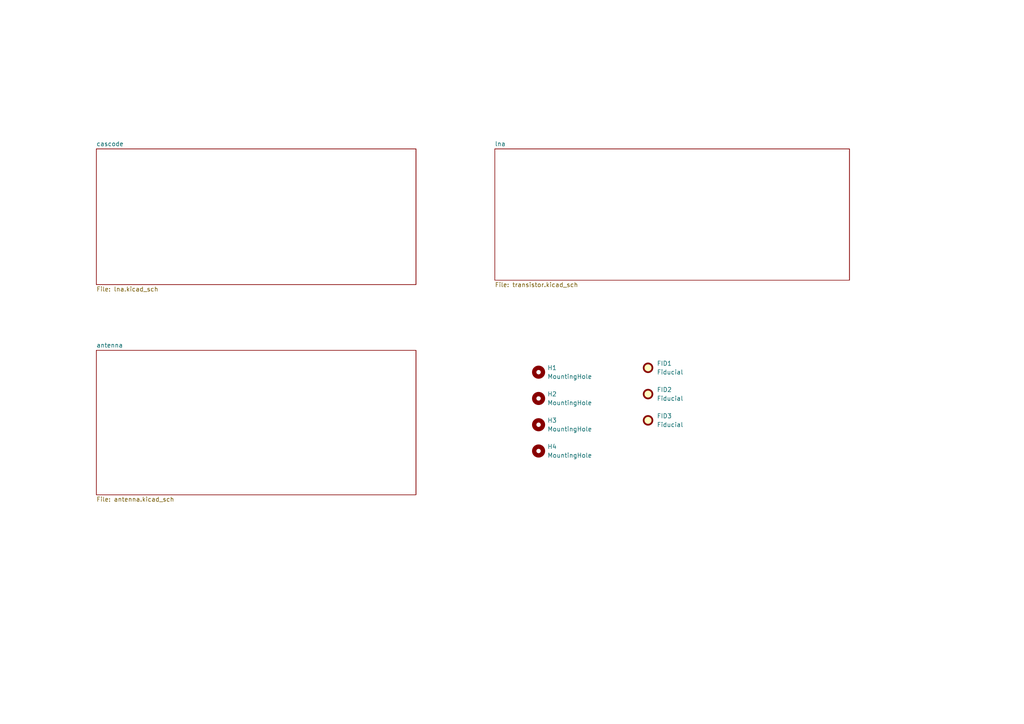
<source format=kicad_sch>
(kicad_sch (version 20250114) (generator "eeschema") (generator_version "9.0")
  (paper "A4")
  (lib_symbols
    (symbol "Mechanical:Fiducial" (exclude_from_sim yes) (in_bom no)
      (property "Reference" "FID" (at 0 5.08 0))
      (property "Value" "Fiducial" (at 0 3.175 0))
      (symbol "Fiducial_0_1"
        (circle (center 0 0) (radius 1.27) (stroke (width 0.508)) (fill (type background)))
      )
    )
    (symbol "Mechanical:MountingHole" (pin_names (offset 1.016)) (exclude_from_sim yes) (in_bom no)
      (property "Reference" "H" (at 0 5.08 0))
      (property "Value" "MountingHole" (at 0 3.175 0))
      (symbol "MountingHole_0_1"
        (circle (center 0 0) (radius 1.27) (stroke (width 1.27)))
      )
    )
  )
  (symbol (lib_id "Mechanical:Fiducial") (at 187.96 121.92 0) (unit 1) (exclude_from_sim yes) (in_bom no)
    (property "Reference" "FID3" (at 190.5 120.6499 0) (effects (justify left)))
    (property "Value" "Fiducial" (at 190.5 123.1899 0) (effects (justify left)))
    (property "Footprint" "Fiducial:Fiducial_1mm_Mask2mm" (effects (hide yes)))
    (property "Description" "Fiducial Marker" (effects (hide yes)))
  )
  (symbol (lib_id "Mechanical:Fiducial") (at 187.96 106.68 0) (unit 1) (exclude_from_sim yes) (in_bom no)
    (property "Reference" "FID1" (at 190.5 105.4099 0) (effects (justify left)))
    (property "Value" "Fiducial" (at 190.5 107.9499 0) (effects (justify left)))
    (property "Footprint" "Fiducial:Fiducial_1mm_Mask2mm" (effects (hide yes)))
    (property "Description" "Fiducial Marker" (effects (hide yes)))
  )
  (symbol (lib_id "Mechanical:MountingHole") (at 156.21 130.81 0) (unit 1) (exclude_from_sim yes) (in_bom no)
    (property "Reference" "H4" (at 158.75 129.5399 0) (effects (justify left)))
    (property "Value" "MountingHole" (at 158.75 132.0799 0) (effects (justify left)))
    (property "Footprint" "antennas:MountingHole_1.152mm_jlcpcb" (effects (hide yes)))
    (property "Description" "Mounting Hole without connection" (effects (hide yes)))
  )
  (symbol (lib_id "Mechanical:Fiducial") (at 187.96 114.3 0) (unit 1) (exclude_from_sim yes) (in_bom no)
    (property "Reference" "FID2" (at 190.5 113.0299 0) (effects (justify left)))
    (property "Value" "Fiducial" (at 190.5 115.5699 0) (effects (justify left)))
    (property "Footprint" "Fiducial:Fiducial_1mm_Mask2mm" (effects (hide yes)))
    (property "Description" "Fiducial Marker" (effects (hide yes)))
  )
  (symbol (lib_id "Mechanical:MountingHole") (at 156.21 115.57 0) (unit 1) (exclude_from_sim yes) (in_bom no)
    (property "Reference" "H2" (at 158.75 114.2999 0) (effects (justify left)))
    (property "Value" "MountingHole" (at 158.75 116.8399 0) (effects (justify left)))
    (property "Footprint" "antennas:MountingHole_1.152mm_jlcpcb" (effects (hide yes)))
    (property "Description" "Mounting Hole without connection" (effects (hide yes)))
  )
  (symbol (lib_id "Mechanical:MountingHole") (at 156.21 107.95 0) (unit 1) (exclude_from_sim yes) (in_bom no)
    (property "Reference" "H1" (at 158.75 106.6799 0) (effects (justify left)))
    (property "Value" "MountingHole" (at 158.75 109.2199 0) (effects (justify left)))
    (property "Footprint" "antennas:MountingHole_1.152mm_jlcpcb" (effects (hide yes)))
    (property "Description" "Mounting Hole without connection" (effects (hide yes)))
  )
  (symbol (lib_id "Mechanical:MountingHole") (at 156.21 123.19 0) (unit 1) (exclude_from_sim yes) (in_bom no)
    (property "Reference" "H3" (at 158.75 121.9199 0) (effects (justify left)))
    (property "Value" "MountingHole" (at 158.75 124.4599 0) (effects (justify left)))
    (property "Footprint" "antennas:MountingHole_1.152mm_jlcpcb" (effects (hide yes)))
    (property "Description" "Mounting Hole without connection" (effects (hide yes)))
  )
  (sheet (at 143.51 43.18) (size 102.87 38.1) (stroke (width 0.1524))
    (property "Sheetname" "lna" (at 143.51 42.4684 0) (effects (justify left bottom)))
    (property "Sheetfile" "transistor.kicad_sch" (at 143.51 81.8646 0) (effects (justify left top)))
  )
  (sheet (at 27.94 101.6) (size 92.71 41.91) (stroke (width 0.1524))
    (property "Sheetname" "antenna" (at 27.94 100.8884 0) (effects (justify left bottom)))
    (property "Sheetfile" "antenna.kicad_sch" (at 27.94 144.0946 0) (effects (justify left top)))
  )
  (sheet (at 27.94 43.18) (size 92.71 39.37) (stroke (width 0.1524))
    (property "Sheetname" "cascode" (at 27.94 42.4684 0) (effects (justify left bottom)))
    (property "Sheetfile" "lna.kicad_sch" (at 27.94 83.1346 0) (effects (justify left top)))
  )
)
</source>
